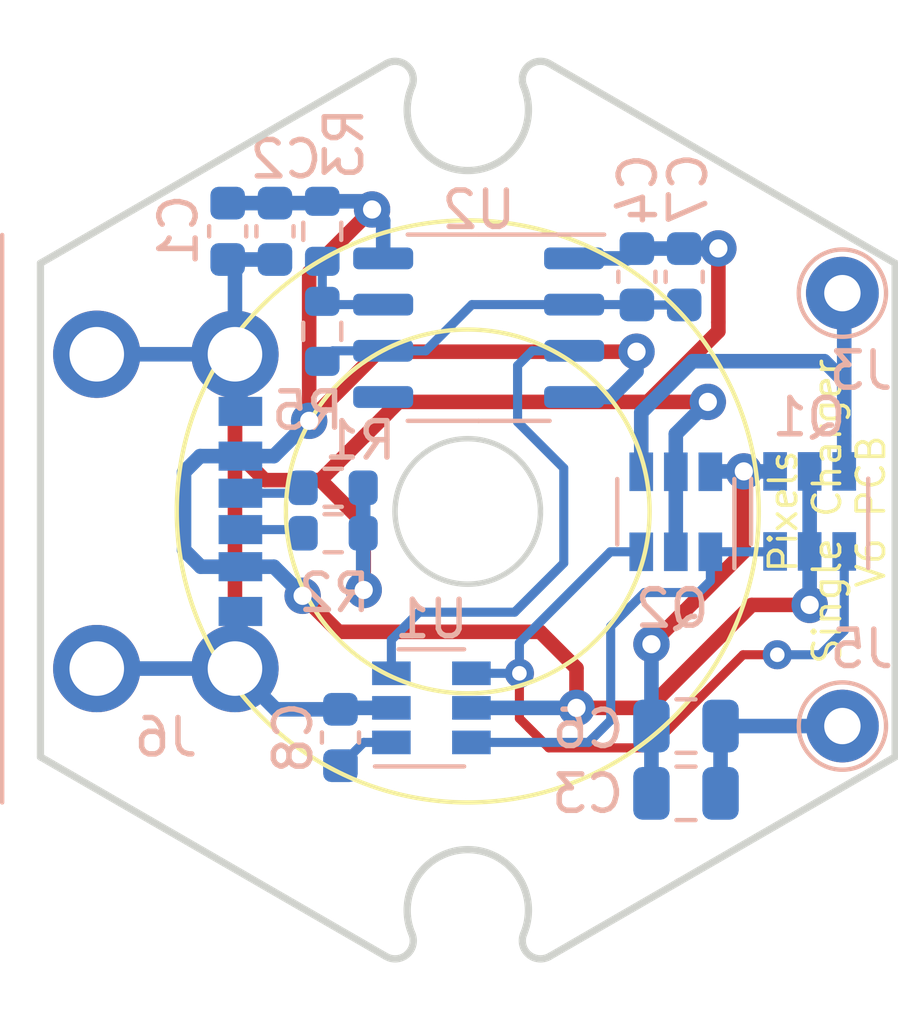
<source format=kicad_pcb>
(kicad_pcb (version 20171130) (host pcbnew "(5.1.10)-1")

  (general
    (thickness 1.6)
    (drawings 19)
    (tracks 153)
    (zones 0)
    (modules 18)
    (nets 14)
  )

  (page A4)
  (layers
    (0 F.Cu signal hide)
    (31 B.Cu signal)
    (32 B.Adhes user hide)
    (33 F.Adhes user hide)
    (34 B.Paste user hide)
    (35 F.Paste user hide)
    (36 B.SilkS user)
    (37 F.SilkS user hide)
    (38 B.Mask user hide)
    (39 F.Mask user hide)
    (40 Dwgs.User user)
    (41 Cmts.User user hide)
    (42 Eco1.User user hide)
    (43 Eco2.User user hide)
    (44 Edge.Cuts user)
    (45 Margin user)
    (46 B.CrtYd user hide)
    (47 F.CrtYd user hide)
    (48 B.Fab user hide)
    (49 F.Fab user hide)
  )

  (setup
    (last_trace_width 0.25)
    (trace_clearance 0.2)
    (zone_clearance 0.508)
    (zone_45_only no)
    (trace_min 0.2)
    (via_size 0.8)
    (via_drill 0.4)
    (via_min_size 0.4)
    (via_min_drill 0.3)
    (uvia_size 0.3)
    (uvia_drill 0.1)
    (uvias_allowed no)
    (uvia_min_size 0.2)
    (uvia_min_drill 0.1)
    (edge_width 0.05)
    (segment_width 0.2)
    (pcb_text_width 0.3)
    (pcb_text_size 1.5 1.5)
    (mod_edge_width 0.12)
    (mod_text_size 1 1)
    (mod_text_width 0.15)
    (pad_size 1.524 1.524)
    (pad_drill 0.762)
    (pad_to_mask_clearance 0)
    (aux_axis_origin 0 0)
    (visible_elements 7FFFFFFF)
    (pcbplotparams
      (layerselection 0x010fc_ffffffff)
      (usegerberextensions false)
      (usegerberattributes true)
      (usegerberadvancedattributes true)
      (creategerberjobfile true)
      (excludeedgelayer true)
      (linewidth 0.100000)
      (plotframeref false)
      (viasonmask false)
      (mode 1)
      (useauxorigin false)
      (hpglpennumber 1)
      (hpglpenspeed 20)
      (hpglpendiameter 15.000000)
      (psnegative false)
      (psa4output false)
      (plotreference true)
      (plotvalue true)
      (plotinvisibletext false)
      (padsonsilk false)
      (subtractmaskfromsilk false)
      (outputformat 1)
      (mirror false)
      (drillshape 0)
      (scaleselection 1)
      (outputdirectory "Gerber"))
  )

  (net 0 "")
  (net 1 GND)
  (net 2 VBUS)
  (net 3 "Net-(C3-Pad1)")
  (net 4 "Net-(C4-Pad1)")
  (net 5 "Net-(J6-PadA5)")
  (net 6 "Net-(J6-PadB5)")
  (net 7 "Net-(R3-Pad1)")
  (net 8 "Net-(C3-Pad2)")
  (net 9 "Net-(C8-Pad1)")
  (net 10 "Net-(J3-Pad1)")
  (net 11 "Net-(Q1-Pad3)")
  (net 12 "Net-(Q1-Pad1)")
  (net 13 "Net-(U1-Pad3)")

  (net_class Default "This is the default net class."
    (clearance 0.2)
    (trace_width 0.25)
    (via_dia 0.8)
    (via_drill 0.4)
    (uvia_dia 0.3)
    (uvia_drill 0.1)
    (add_net "Net-(C4-Pad1)")
    (add_net "Net-(C8-Pad1)")
    (add_net "Net-(J6-PadA5)")
    (add_net "Net-(J6-PadB5)")
    (add_net "Net-(Q1-Pad1)")
    (add_net "Net-(Q1-Pad3)")
    (add_net "Net-(R3-Pad1)")
    (add_net "Net-(U1-Pad3)")
  )

  (net_class Power ""
    (clearance 0.2)
    (trace_width 0.4)
    (via_dia 1)
    (via_drill 0.5)
    (uvia_dia 0.3)
    (uvia_drill 0.1)
    (add_net GND)
    (add_net "Net-(C3-Pad1)")
    (add_net "Net-(C3-Pad2)")
    (add_net "Net-(J3-Pad1)")
    (add_net VBUS)
  )

  (module Pixels-dice:USB-C-SMD_10P-P1.00-L6.8-W8.9 (layer B.Cu) (tedit 61ACE364) (tstamp 616A5DB8)
    (at 136.7 55)
    (path /607B35F9)
    (attr smd)
    (fp_text reference J6 (at 0 6.21) (layer B.SilkS)
      (effects (font (size 1 1) (thickness 0.15)) (justify mirror))
    )
    (fp_text value USB_C_Receptacle_USB2.0 (at 0.1 7) (layer B.Fab)
      (effects (font (size 1 1) (thickness 0.15)) (justify mirror))
    )
    (fp_line (start -4.5 8) (end -4.5 -7.6) (layer B.SilkS) (width 0.12))
    (pad B12 smd rect (at 2.05 2.75 90) (size 0.8 1.2) (layers B.Cu B.Paste B.Mask)
      (net 1 GND))
    (pad B9 smd rect (at 2.05 1.52 90) (size 0.8 1.2) (layers B.Cu B.Paste B.Mask)
      (net 2 VBUS))
    (pad A5 smd rect (at 2.05 0.5 90) (size 0.8 1.2) (layers B.Cu B.Paste B.Mask)
      (net 5 "Net-(J6-PadA5)"))
    (pad B5 smd rect (at 2.05 -0.5 90) (size 0.8 1.2) (layers B.Cu B.Paste B.Mask)
      (net 6 "Net-(J6-PadB5)"))
    (pad A9 smd rect (at 2.05 -1.52 90) (size 0.8 1.2) (layers B.Cu B.Paste B.Mask)
      (net 2 VBUS))
    (pad A12 smd rect (at 2.05 -2.75 90) (size 0.8 1.2) (layers B.Cu B.Paste B.Mask)
      (net 1 GND))
    (pad S1 thru_hole circle (at -1.9 4.32 90) (size 2.4 2.4) (drill 1.5) (layers *.Cu *.Mask)
      (net 1 GND))
    (pad S1 thru_hole circle (at -1.9 -4.32 90) (size 2.4 2.4) (drill 1.5) (layers *.Cu *.Mask)
      (net 1 GND))
    (pad S1 thru_hole circle (at 1.9 4.32 90) (size 2.4 2.4) (drill 1.5) (layers *.Cu *.Mask)
      (net 1 GND))
    (pad S1 thru_hole circle (at 1.9 -4.32 90) (size 2.4 2.4) (drill 1.5) (layers *.Cu *.Mask)
      (net 1 GND))
    (model "C:/Projects/Pixels-dice/Electrical/Footprints/Step Files/TYPE-C-31-M-17.step"
      (offset (xyz -4.7 4.5 0))
      (scale (xyz 1 1 1))
      (rotate (xyz 0 0 90))
    )
  )

  (module Capacitor_SMD:C_0805_2012Metric (layer B.Cu) (tedit 5F68FEEE) (tstamp 6185B21C)
    (at 151 60.9)
    (descr "Capacitor SMD 0805 (2012 Metric), square (rectangular) end terminal, IPC_7351 nominal, (Body size source: IPC-SM-782 page 76, https://www.pcb-3d.com/wordpress/wp-content/uploads/ipc-sm-782a_amendment_1_and_2.pdf, https://docs.google.com/spreadsheets/d/1BsfQQcO9C6DZCsRaXUlFlo91Tg2WpOkGARC1WS5S8t0/edit?usp=sharing), generated with kicad-footprint-generator")
    (tags capacitor)
    (path /61A5AD24)
    (attr smd)
    (fp_text reference C6 (at -2.69 0.08) (layer B.SilkS)
      (effects (font (size 1 1) (thickness 0.15)) (justify mirror))
    )
    (fp_text value "0.1uF 50V 10%" (at 0 -1.68) (layer B.Fab)
      (effects (font (size 1 1) (thickness 0.15)) (justify mirror))
    )
    (fp_line (start -1 -0.625) (end -1 0.625) (layer B.Fab) (width 0.1))
    (fp_line (start -1 0.625) (end 1 0.625) (layer B.Fab) (width 0.1))
    (fp_line (start 1 0.625) (end 1 -0.625) (layer B.Fab) (width 0.1))
    (fp_line (start 1 -0.625) (end -1 -0.625) (layer B.Fab) (width 0.1))
    (fp_line (start -0.261252 0.735) (end 0.261252 0.735) (layer B.SilkS) (width 0.12))
    (fp_line (start -0.261252 -0.735) (end 0.261252 -0.735) (layer B.SilkS) (width 0.12))
    (fp_line (start -1.7 -0.98) (end -1.7 0.98) (layer B.CrtYd) (width 0.05))
    (fp_line (start -1.7 0.98) (end 1.7 0.98) (layer B.CrtYd) (width 0.05))
    (fp_line (start 1.7 0.98) (end 1.7 -0.98) (layer B.CrtYd) (width 0.05))
    (fp_line (start 1.7 -0.98) (end -1.7 -0.98) (layer B.CrtYd) (width 0.05))
    (fp_text user %R (at 0 0) (layer B.Fab)
      (effects (font (size 0.5 0.5) (thickness 0.08)) (justify mirror))
    )
    (pad 2 smd roundrect (at 0.95 0) (size 1 1.45) (layers B.Cu B.Paste B.Mask) (roundrect_rratio 0.25)
      (net 8 "Net-(C3-Pad2)"))
    (pad 1 smd roundrect (at -0.95 0) (size 1 1.45) (layers B.Cu B.Paste B.Mask) (roundrect_rratio 0.25)
      (net 3 "Net-(C3-Pad1)"))
    (model ${KISYS3DMOD}/Capacitor_SMD.3dshapes/C_0805_2012Metric.wrl
      (at (xyz 0 0 0))
      (scale (xyz 1 1 1))
      (rotate (xyz 0 0 0))
    )
  )

  (module Package_TO_SOT_SMD:SOT-23-6 (layer B.Cu) (tedit 5A02FF57) (tstamp 6185B1E2)
    (at 150.72 55.01 90)
    (descr "6-pin SOT-23 package")
    (tags SOT-23-6)
    (path /61869B71)
    (attr smd)
    (fp_text reference Q2 (at -2.66 -0.1 180) (layer B.SilkS)
      (effects (font (size 1 1) (thickness 0.15)) (justify mirror))
    )
    (fp_text value NCE6802 (at 0 -2.9 90) (layer B.Fab)
      (effects (font (size 1 1) (thickness 0.15)) (justify mirror))
    )
    (fp_line (start -0.9 -1.61) (end 0.9 -1.61) (layer B.SilkS) (width 0.12))
    (fp_line (start 0.9 1.61) (end -1.55 1.61) (layer B.SilkS) (width 0.12))
    (fp_line (start 1.9 1.8) (end -1.9 1.8) (layer B.CrtYd) (width 0.05))
    (fp_line (start 1.9 -1.8) (end 1.9 1.8) (layer B.CrtYd) (width 0.05))
    (fp_line (start -1.9 -1.8) (end 1.9 -1.8) (layer B.CrtYd) (width 0.05))
    (fp_line (start -1.9 1.8) (end -1.9 -1.8) (layer B.CrtYd) (width 0.05))
    (fp_line (start -0.9 0.9) (end -0.25 1.55) (layer B.Fab) (width 0.1))
    (fp_line (start 0.9 1.55) (end -0.25 1.55) (layer B.Fab) (width 0.1))
    (fp_line (start -0.9 0.9) (end -0.9 -1.55) (layer B.Fab) (width 0.1))
    (fp_line (start 0.9 -1.55) (end -0.9 -1.55) (layer B.Fab) (width 0.1))
    (fp_line (start 0.9 1.55) (end 0.9 -1.55) (layer B.Fab) (width 0.1))
    (fp_text user %R (at 0 0 180) (layer B.Fab)
      (effects (font (size 0.5 0.5) (thickness 0.075)) (justify mirror))
    )
    (pad 5 smd rect (at 1.1 0 90) (size 1.06 0.65) (layers B.Cu B.Paste B.Mask)
      (net 1 GND))
    (pad 6 smd rect (at 1.1 0.95 90) (size 1.06 0.65) (layers B.Cu B.Paste B.Mask)
      (net 3 "Net-(C3-Pad1)"))
    (pad 4 smd rect (at 1.1 -0.95 90) (size 1.06 0.65) (layers B.Cu B.Paste B.Mask)
      (net 10 "Net-(J3-Pad1)"))
    (pad 3 smd rect (at -1.1 -0.95 90) (size 1.06 0.65) (layers B.Cu B.Paste B.Mask)
      (net 12 "Net-(Q1-Pad1)"))
    (pad 2 smd rect (at -1.1 0 90) (size 1.06 0.65) (layers B.Cu B.Paste B.Mask)
      (net 1 GND))
    (pad 1 smd rect (at -1.1 0.95 90) (size 1.06 0.65) (layers B.Cu B.Paste B.Mask)
      (net 11 "Net-(Q1-Pad3)"))
    (model ${KISYS3DMOD}/Package_TO_SOT_SMD.3dshapes/SOT-23-6.wrl
      (at (xyz 0 0 0))
      (scale (xyz 1 1 1))
      (rotate (xyz 0 0 0))
    )
  )

  (module Package_TO_SOT_SMD:SOT-23-6 (layer B.Cu) (tedit 5A02FF57) (tstamp 6185B1A3)
    (at 154.4 55 90)
    (descr "6-pin SOT-23 package")
    (tags SOT-23-6)
    (path /6186753F)
    (attr smd)
    (fp_text reference Q1 (at 2.59 -0.02 180) (layer B.SilkS)
      (effects (font (size 1 1) (thickness 0.15)) (justify mirror))
    )
    (fp_text value YJS2301A (at 0 -2.9 90) (layer B.Fab)
      (effects (font (size 1 1) (thickness 0.15)) (justify mirror))
    )
    (fp_line (start -0.9 -1.61) (end 0.9 -1.61) (layer B.SilkS) (width 0.12))
    (fp_line (start 0.9 1.61) (end -1.55 1.61) (layer B.SilkS) (width 0.12))
    (fp_line (start 1.9 1.8) (end -1.9 1.8) (layer B.CrtYd) (width 0.05))
    (fp_line (start 1.9 -1.8) (end 1.9 1.8) (layer B.CrtYd) (width 0.05))
    (fp_line (start -1.9 -1.8) (end 1.9 -1.8) (layer B.CrtYd) (width 0.05))
    (fp_line (start -1.9 1.8) (end -1.9 -1.8) (layer B.CrtYd) (width 0.05))
    (fp_line (start -0.9 0.9) (end -0.25 1.55) (layer B.Fab) (width 0.1))
    (fp_line (start 0.9 1.55) (end -0.25 1.55) (layer B.Fab) (width 0.1))
    (fp_line (start -0.9 0.9) (end -0.9 -1.55) (layer B.Fab) (width 0.1))
    (fp_line (start 0.9 -1.55) (end -0.9 -1.55) (layer B.Fab) (width 0.1))
    (fp_line (start 0.9 1.55) (end 0.9 -1.55) (layer B.Fab) (width 0.1))
    (fp_text user %R (at 0 0 180) (layer B.Fab)
      (effects (font (size 0.5 0.5) (thickness 0.075)) (justify mirror))
    )
    (pad 5 smd rect (at 1.1 0 90) (size 1.06 0.65) (layers B.Cu B.Paste B.Mask)
      (net 2 VBUS))
    (pad 6 smd rect (at 1.1 0.95 90) (size 1.06 0.65) (layers B.Cu B.Paste B.Mask)
      (net 10 "Net-(J3-Pad1)"))
    (pad 4 smd rect (at 1.1 -0.95 90) (size 1.06 0.65) (layers B.Cu B.Paste B.Mask)
      (net 3 "Net-(C3-Pad1)"))
    (pad 3 smd rect (at -1.1 -0.95 90) (size 1.06 0.65) (layers B.Cu B.Paste B.Mask)
      (net 11 "Net-(Q1-Pad3)"))
    (pad 2 smd rect (at -1.1 0 90) (size 1.06 0.65) (layers B.Cu B.Paste B.Mask)
      (net 2 VBUS))
    (pad 1 smd rect (at -1.1 0.95 90) (size 1.06 0.65) (layers B.Cu B.Paste B.Mask)
      (net 12 "Net-(Q1-Pad1)"))
    (model ${KISYS3DMOD}/Package_TO_SOT_SMD.3dshapes/SOT-23-6.wrl
      (at (xyz 0 0 0))
      (scale (xyz 1 1 1))
      (rotate (xyz 0 0 0))
    )
  )

  (module Capacitor_SMD:C_0805_2012Metric (layer B.Cu) (tedit 5F68FEEE) (tstamp 6185B16E)
    (at 151 62.75)
    (descr "Capacitor SMD 0805 (2012 Metric), square (rectangular) end terminal, IPC_7351 nominal, (Body size source: IPC-SM-782 page 76, https://www.pcb-3d.com/wordpress/wp-content/uploads/ipc-sm-782a_amendment_1_and_2.pdf, https://docs.google.com/spreadsheets/d/1BsfQQcO9C6DZCsRaXUlFlo91Tg2WpOkGARC1WS5S8t0/edit?usp=sharing), generated with kicad-footprint-generator")
    (tags capacitor)
    (path /607B9B06)
    (attr smd)
    (fp_text reference C3 (at -2.7 0.01) (layer B.SilkS)
      (effects (font (size 1 1) (thickness 0.15)) (justify mirror))
    )
    (fp_text value "0.22uF 50V 10%" (at 0 -1.68) (layer B.Fab)
      (effects (font (size 1 1) (thickness 0.15)) (justify mirror))
    )
    (fp_line (start 1.7 -0.98) (end -1.7 -0.98) (layer B.CrtYd) (width 0.05))
    (fp_line (start 1.7 0.98) (end 1.7 -0.98) (layer B.CrtYd) (width 0.05))
    (fp_line (start -1.7 0.98) (end 1.7 0.98) (layer B.CrtYd) (width 0.05))
    (fp_line (start -1.7 -0.98) (end -1.7 0.98) (layer B.CrtYd) (width 0.05))
    (fp_line (start -0.261252 -0.735) (end 0.261252 -0.735) (layer B.SilkS) (width 0.12))
    (fp_line (start -0.261252 0.735) (end 0.261252 0.735) (layer B.SilkS) (width 0.12))
    (fp_line (start 1 -0.625) (end -1 -0.625) (layer B.Fab) (width 0.1))
    (fp_line (start 1 0.625) (end 1 -0.625) (layer B.Fab) (width 0.1))
    (fp_line (start -1 0.625) (end 1 0.625) (layer B.Fab) (width 0.1))
    (fp_line (start -1 -0.625) (end -1 0.625) (layer B.Fab) (width 0.1))
    (fp_text user %R (at 0 0) (layer B.Fab)
      (effects (font (size 0.5 0.5) (thickness 0.08)) (justify mirror))
    )
    (pad 2 smd roundrect (at 0.95 0) (size 1 1.45) (layers B.Cu B.Paste B.Mask) (roundrect_rratio 0.25)
      (net 8 "Net-(C3-Pad2)"))
    (pad 1 smd roundrect (at -0.95 0) (size 1 1.45) (layers B.Cu B.Paste B.Mask) (roundrect_rratio 0.25)
      (net 3 "Net-(C3-Pad1)"))
    (model ${KISYS3DMOD}/Capacitor_SMD.3dshapes/C_0805_2012Metric.wrl
      (at (xyz 0 0 0))
      (scale (xyz 1 1 1))
      (rotate (xyz 0 0 0))
    )
  )

  (module Capacitor_SMD:C_0603_1608Metric (layer B.Cu) (tedit 5F68FEEE) (tstamp 6179C0AB)
    (at 150.95 48.55 90)
    (descr "Capacitor SMD 0603 (1608 Metric), square (rectangular) end terminal, IPC_7351 nominal, (Body size source: IPC-SM-782 page 76, https://www.pcb-3d.com/wordpress/wp-content/uploads/ipc-sm-782a_amendment_1_and_2.pdf), generated with kicad-footprint-generator")
    (tags capacitor)
    (path /61804C6B)
    (attr smd)
    (fp_text reference C7 (at 2.42 0.11 270) (layer B.SilkS)
      (effects (font (size 1 1) (thickness 0.15)) (justify mirror))
    )
    (fp_text value "33pF 50V 10%" (at 0 -1.43 270) (layer B.Fab)
      (effects (font (size 1 1) (thickness 0.15)) (justify mirror))
    )
    (fp_line (start 1.48 -0.73) (end -1.48 -0.73) (layer B.CrtYd) (width 0.05))
    (fp_line (start 1.48 0.73) (end 1.48 -0.73) (layer B.CrtYd) (width 0.05))
    (fp_line (start -1.48 0.73) (end 1.48 0.73) (layer B.CrtYd) (width 0.05))
    (fp_line (start -1.48 -0.73) (end -1.48 0.73) (layer B.CrtYd) (width 0.05))
    (fp_line (start -0.14058 -0.51) (end 0.14058 -0.51) (layer B.SilkS) (width 0.12))
    (fp_line (start -0.14058 0.51) (end 0.14058 0.51) (layer B.SilkS) (width 0.12))
    (fp_line (start 0.8 -0.4) (end -0.8 -0.4) (layer B.Fab) (width 0.1))
    (fp_line (start 0.8 0.4) (end 0.8 -0.4) (layer B.Fab) (width 0.1))
    (fp_line (start -0.8 0.4) (end 0.8 0.4) (layer B.Fab) (width 0.1))
    (fp_line (start -0.8 -0.4) (end -0.8 0.4) (layer B.Fab) (width 0.1))
    (fp_text user %R (at 0 0 270) (layer B.Fab)
      (effects (font (size 0.4 0.4) (thickness 0.06)) (justify mirror))
    )
    (pad 2 smd roundrect (at 0.775 0 90) (size 0.9 0.95) (layers B.Cu B.Paste B.Mask) (roundrect_rratio 0.25)
      (net 1 GND))
    (pad 1 smd roundrect (at -0.775 0 90) (size 0.9 0.95) (layers B.Cu B.Paste B.Mask) (roundrect_rratio 0.25)
      (net 4 "Net-(C4-Pad1)"))
    (model ${KISYS3DMOD}/Capacitor_SMD.3dshapes/C_0603_1608Metric.wrl
      (at (xyz 0 0 0))
      (scale (xyz 1 1 1))
      (rotate (xyz 0 0 0))
    )
  )

  (module Pixels-dice:SOT-26 (layer B.Cu) (tedit 616B9834) (tstamp 616A791D)
    (at 144 60.4 180)
    (descr "6-pin SOT-23 package")
    (tags SOT-23-6)
    (path /616C6B31)
    (attr smd)
    (fp_text reference U1 (at 0 2.44 180) (layer B.SilkS)
      (effects (font (size 1 1) (thickness 0.15)) (justify mirror))
    )
    (fp_text value AP1511B (at 0 2.9 180) (layer B.Fab)
      (effects (font (size 1 1) (thickness 0.15)) (justify mirror))
    )
    (fp_line (start 0.9 1.61) (end -0.9 1.61) (layer B.SilkS) (width 0.12))
    (fp_line (start -0.9 -1.61) (end 1.55 -1.61) (layer B.SilkS) (width 0.12))
    (fp_line (start -1.9 -1.8) (end 1.9 -1.8) (layer B.CrtYd) (width 0.05))
    (fp_line (start -1.9 1.8) (end -1.9 -1.8) (layer B.CrtYd) (width 0.05))
    (fp_line (start 1.9 1.8) (end -1.9 1.8) (layer B.CrtYd) (width 0.05))
    (fp_line (start 1.9 -1.8) (end 1.9 1.8) (layer B.CrtYd) (width 0.05))
    (fp_line (start 0.9 -0.9) (end 0.25 -1.55) (layer B.Fab) (width 0.1))
    (fp_line (start -0.9 -1.55) (end 0.25 -1.55) (layer B.Fab) (width 0.1))
    (fp_line (start 0.9 -0.9) (end 0.9 1.55) (layer B.Fab) (width 0.1))
    (fp_line (start -0.9 1.55) (end 0.9 1.55) (layer B.Fab) (width 0.1))
    (fp_line (start -0.9 -1.55) (end -0.9 1.55) (layer B.Fab) (width 0.1))
    (fp_text user %R (at 0 0 90) (layer B.Fab)
      (effects (font (size 0.5 0.5) (thickness 0.075)) (justify mirror))
    )
    (pad 5 smd rect (at -1.1 0) (size 1.06 0.65) (layers B.Cu B.Paste B.Mask)
      (net 2 VBUS))
    (pad 6 smd rect (at -1.1 -0.95) (size 1.06 0.65) (layers B.Cu B.Paste B.Mask)
      (net 11 "Net-(Q1-Pad3)"))
    (pad 4 smd rect (at -1.1 0.95) (size 1.06 0.65) (layers B.Cu B.Paste B.Mask)
      (net 12 "Net-(Q1-Pad1)"))
    (pad 3 smd rect (at 1.1 0.95) (size 1.06 0.65) (layers B.Cu B.Paste B.Mask)
      (net 13 "Net-(U1-Pad3)"))
    (pad 2 smd rect (at 1.1 0) (size 1.06 0.65) (layers B.Cu B.Paste B.Mask)
      (net 1 GND))
    (pad 1 smd rect (at 1.1 -0.95) (size 1.06 0.65) (layers B.Cu B.Paste B.Mask)
      (net 9 "Net-(C8-Pad1)"))
    (model ${KISYS3DMOD}/Package_TO_SOT_SMD.3dshapes/SOT-23-6.wrl
      (at (xyz 0 0 0))
      (scale (xyz 1 1 1))
      (rotate (xyz 0 0 0))
    )
  )

  (module Capacitor_SMD:C_0603_1608Metric (layer B.Cu) (tedit 5F68FEEE) (tstamp 616BFF12)
    (at 141.5 61.215 90)
    (descr "Capacitor SMD 0603 (1608 Metric), square (rectangular) end terminal, IPC_7351 nominal, (Body size source: IPC-SM-782 page 76, https://www.pcb-3d.com/wordpress/wp-content/uploads/ipc-sm-782a_amendment_1_and_2.pdf), generated with kicad-footprint-generator")
    (tags capacitor)
    (path /616F5905)
    (attr smd)
    (fp_text reference C8 (at 0 -1.3 270) (layer B.SilkS)
      (effects (font (size 1 1) (thickness 0.15)) (justify mirror))
    )
    (fp_text value "2.2pF 50V 10%" (at 0 -1.43 270) (layer B.Fab)
      (effects (font (size 1 1) (thickness 0.15)) (justify mirror))
    )
    (fp_line (start -0.8 -0.4) (end -0.8 0.4) (layer B.Fab) (width 0.1))
    (fp_line (start -0.8 0.4) (end 0.8 0.4) (layer B.Fab) (width 0.1))
    (fp_line (start 0.8 0.4) (end 0.8 -0.4) (layer B.Fab) (width 0.1))
    (fp_line (start 0.8 -0.4) (end -0.8 -0.4) (layer B.Fab) (width 0.1))
    (fp_line (start -0.14058 0.51) (end 0.14058 0.51) (layer B.SilkS) (width 0.12))
    (fp_line (start -0.14058 -0.51) (end 0.14058 -0.51) (layer B.SilkS) (width 0.12))
    (fp_line (start -1.48 -0.73) (end -1.48 0.73) (layer B.CrtYd) (width 0.05))
    (fp_line (start -1.48 0.73) (end 1.48 0.73) (layer B.CrtYd) (width 0.05))
    (fp_line (start 1.48 0.73) (end 1.48 -0.73) (layer B.CrtYd) (width 0.05))
    (fp_line (start 1.48 -0.73) (end -1.48 -0.73) (layer B.CrtYd) (width 0.05))
    (fp_text user %R (at 0 0 270) (layer B.Fab)
      (effects (font (size 0.4 0.4) (thickness 0.06)) (justify mirror))
    )
    (pad 2 smd roundrect (at 0.775 0 90) (size 0.9 0.95) (layers B.Cu B.Paste B.Mask) (roundrect_rratio 0.25)
      (net 1 GND))
    (pad 1 smd roundrect (at -0.775 0 90) (size 0.9 0.95) (layers B.Cu B.Paste B.Mask) (roundrect_rratio 0.25)
      (net 9 "Net-(C8-Pad1)"))
    (model ${KISYS3DMOD}/Capacitor_SMD.3dshapes/C_0603_1608Metric.wrl
      (at (xyz 0 0 0))
      (scale (xyz 1 1 1))
      (rotate (xyz 0 0 0))
    )
  )

  (module Capacitor_SMD:C_0603_1608Metric (layer B.Cu) (tedit 5F68FEEE) (tstamp 616A762E)
    (at 149.65 48.55 90)
    (descr "Capacitor SMD 0603 (1608 Metric), square (rectangular) end terminal, IPC_7351 nominal, (Body size source: IPC-SM-782 page 76, https://www.pcb-3d.com/wordpress/wp-content/uploads/ipc-sm-782a_amendment_1_and_2.pdf), generated with kicad-footprint-generator")
    (tags capacitor)
    (path /60AF0ABE)
    (attr smd)
    (fp_text reference C4 (at 2.4 0.03 270) (layer B.SilkS)
      (effects (font (size 1 1) (thickness 0.15)) (justify mirror))
    )
    (fp_text value "10pF 50V 10%" (at 0 -1.43 270) (layer B.Fab)
      (effects (font (size 1 1) (thickness 0.15)) (justify mirror))
    )
    (fp_line (start -0.8 -0.4) (end -0.8 0.4) (layer B.Fab) (width 0.1))
    (fp_line (start -0.8 0.4) (end 0.8 0.4) (layer B.Fab) (width 0.1))
    (fp_line (start 0.8 0.4) (end 0.8 -0.4) (layer B.Fab) (width 0.1))
    (fp_line (start 0.8 -0.4) (end -0.8 -0.4) (layer B.Fab) (width 0.1))
    (fp_line (start -0.14058 0.51) (end 0.14058 0.51) (layer B.SilkS) (width 0.12))
    (fp_line (start -0.14058 -0.51) (end 0.14058 -0.51) (layer B.SilkS) (width 0.12))
    (fp_line (start -1.48 -0.73) (end -1.48 0.73) (layer B.CrtYd) (width 0.05))
    (fp_line (start -1.48 0.73) (end 1.48 0.73) (layer B.CrtYd) (width 0.05))
    (fp_line (start 1.48 0.73) (end 1.48 -0.73) (layer B.CrtYd) (width 0.05))
    (fp_line (start 1.48 -0.73) (end -1.48 -0.73) (layer B.CrtYd) (width 0.05))
    (fp_text user %R (at 0 0 270) (layer B.Fab)
      (effects (font (size 0.4 0.4) (thickness 0.06)) (justify mirror))
    )
    (pad 2 smd roundrect (at 0.775 0 90) (size 0.9 0.95) (layers B.Cu B.Paste B.Mask) (roundrect_rratio 0.25)
      (net 1 GND))
    (pad 1 smd roundrect (at -0.775 0 90) (size 0.9 0.95) (layers B.Cu B.Paste B.Mask) (roundrect_rratio 0.25)
      (net 4 "Net-(C4-Pad1)"))
    (model ${KISYS3DMOD}/Capacitor_SMD.3dshapes/C_0603_1608Metric.wrl
      (at (xyz 0 0 0))
      (scale (xyz 1 1 1))
      (rotate (xyz 0 0 0))
    )
  )

  (module Package_SO:SOP-8_3.9x4.9mm_P1.27mm (layer B.Cu) (tedit 5D9F72B1) (tstamp 616A758C)
    (at 145.3 49.95 180)
    (descr "SOP, 8 Pin (http://www.macronix.com/Lists/Datasheet/Attachments/7534/MX25R3235F,%20Wide%20Range,%2032Mb,%20v1.6.pdf#page=79), generated with kicad-footprint-generator ipc_gullwing_generator.py")
    (tags "SOP SO")
    (path /60AD080A)
    (attr smd)
    (fp_text reference U2 (at 0 3.24) (layer B.SilkS)
      (effects (font (size 1 1) (thickness 0.15)) (justify mirror))
    )
    (fp_text value NE551D (at 0 -3.4) (layer B.Fab)
      (effects (font (size 1 1) (thickness 0.15)) (justify mirror))
    )
    (fp_line (start 3.7 2.7) (end -3.7 2.7) (layer B.CrtYd) (width 0.05))
    (fp_line (start 3.7 -2.7) (end 3.7 2.7) (layer B.CrtYd) (width 0.05))
    (fp_line (start -3.7 -2.7) (end 3.7 -2.7) (layer B.CrtYd) (width 0.05))
    (fp_line (start -3.7 2.7) (end -3.7 -2.7) (layer B.CrtYd) (width 0.05))
    (fp_line (start -1.95 1.475) (end -0.975 2.45) (layer B.Fab) (width 0.1))
    (fp_line (start -1.95 -2.45) (end -1.95 1.475) (layer B.Fab) (width 0.1))
    (fp_line (start 1.95 -2.45) (end -1.95 -2.45) (layer B.Fab) (width 0.1))
    (fp_line (start 1.95 2.45) (end 1.95 -2.45) (layer B.Fab) (width 0.1))
    (fp_line (start -0.975 2.45) (end 1.95 2.45) (layer B.Fab) (width 0.1))
    (fp_line (start 0 2.56) (end -3.45 2.56) (layer B.SilkS) (width 0.12))
    (fp_line (start 0 2.56) (end 1.95 2.56) (layer B.SilkS) (width 0.12))
    (fp_line (start 0 -2.56) (end -1.95 -2.56) (layer B.SilkS) (width 0.12))
    (fp_line (start 0 -2.56) (end 1.95 -2.56) (layer B.SilkS) (width 0.12))
    (fp_text user %R (at 0 0) (layer B.Fab)
      (effects (font (size 0.98 0.98) (thickness 0.15)) (justify mirror))
    )
    (pad 8 smd roundrect (at 2.625 1.905 180) (size 1.65 0.6) (layers B.Cu B.Paste B.Mask) (roundrect_rratio 0.25)
      (net 2 VBUS))
    (pad 7 smd roundrect (at 2.625 0.635 180) (size 1.65 0.6) (layers B.Cu B.Paste B.Mask) (roundrect_rratio 0.25)
      (net 7 "Net-(R3-Pad1)"))
    (pad 6 smd roundrect (at 2.625 -0.635 180) (size 1.65 0.6) (layers B.Cu B.Paste B.Mask) (roundrect_rratio 0.25)
      (net 4 "Net-(C4-Pad1)"))
    (pad 5 smd roundrect (at 2.625 -1.905 180) (size 1.65 0.6) (layers B.Cu B.Paste B.Mask) (roundrect_rratio 0.25))
    (pad 4 smd roundrect (at -2.625 -1.905 180) (size 1.65 0.6) (layers B.Cu B.Paste B.Mask) (roundrect_rratio 0.25)
      (net 2 VBUS))
    (pad 3 smd roundrect (at -2.625 -0.635 180) (size 1.65 0.6) (layers B.Cu B.Paste B.Mask) (roundrect_rratio 0.25)
      (net 13 "Net-(U1-Pad3)"))
    (pad 2 smd roundrect (at -2.625 0.635 180) (size 1.65 0.6) (layers B.Cu B.Paste B.Mask) (roundrect_rratio 0.25)
      (net 4 "Net-(C4-Pad1)"))
    (pad 1 smd roundrect (at -2.625 1.905 180) (size 1.65 0.6) (layers B.Cu B.Paste B.Mask) (roundrect_rratio 0.25)
      (net 1 GND))
    (model ${KISYS3DMOD}/Package_SO.3dshapes/SOP-8_3.9x4.9mm_P1.27mm.wrl
      (at (xyz 0 0 0))
      (scale (xyz 1 1 1))
      (rotate (xyz 0 0 0))
    )
  )

  (module Resistor_SMD:R_0603_1608Metric (layer B.Cu) (tedit 5F68FEEE) (tstamp 616A7761)
    (at 141 50.05 90)
    (descr "Resistor SMD 0603 (1608 Metric), square (rectangular) end terminal, IPC_7351 nominal, (Body size source: IPC-SM-782 page 72, https://www.pcb-3d.com/wordpress/wp-content/uploads/ipc-sm-782a_amendment_1_and_2.pdf), generated with kicad-footprint-generator")
    (tags resistor)
    (path /60AF063A)
    (attr smd)
    (fp_text reference R5 (at -2.18 -0.4) (layer B.SilkS)
      (effects (font (size 1 1) (thickness 0.15)) (justify mirror))
    )
    (fp_text value "100k 1%" (at 0 -1.43 270) (layer B.Fab)
      (effects (font (size 1 1) (thickness 0.15)) (justify mirror))
    )
    (fp_line (start 1.48 -0.73) (end -1.48 -0.73) (layer B.CrtYd) (width 0.05))
    (fp_line (start 1.48 0.73) (end 1.48 -0.73) (layer B.CrtYd) (width 0.05))
    (fp_line (start -1.48 0.73) (end 1.48 0.73) (layer B.CrtYd) (width 0.05))
    (fp_line (start -1.48 -0.73) (end -1.48 0.73) (layer B.CrtYd) (width 0.05))
    (fp_line (start -0.237258 -0.5225) (end 0.237258 -0.5225) (layer B.SilkS) (width 0.12))
    (fp_line (start -0.237258 0.5225) (end 0.237258 0.5225) (layer B.SilkS) (width 0.12))
    (fp_line (start 0.8 -0.4125) (end -0.8 -0.4125) (layer B.Fab) (width 0.1))
    (fp_line (start 0.8 0.4125) (end 0.8 -0.4125) (layer B.Fab) (width 0.1))
    (fp_line (start -0.8 0.4125) (end 0.8 0.4125) (layer B.Fab) (width 0.1))
    (fp_line (start -0.8 -0.4125) (end -0.8 0.4125) (layer B.Fab) (width 0.1))
    (fp_text user %R (at 0 0 270) (layer B.Fab)
      (effects (font (size 0.4 0.4) (thickness 0.06)) (justify mirror))
    )
    (pad 2 smd roundrect (at 0.825 0 90) (size 0.8 0.95) (layers B.Cu B.Paste B.Mask) (roundrect_rratio 0.25)
      (net 7 "Net-(R3-Pad1)"))
    (pad 1 smd roundrect (at -0.825 0 90) (size 0.8 0.95) (layers B.Cu B.Paste B.Mask) (roundrect_rratio 0.25)
      (net 4 "Net-(C4-Pad1)"))
    (model ${KISYS3DMOD}/Resistor_SMD.3dshapes/R_0603_1608Metric.wrl
      (at (xyz 0 0 0))
      (scale (xyz 1 1 1))
      (rotate (xyz 0 0 0))
    )
  )

  (module Resistor_SMD:R_0603_1608Metric (layer B.Cu) (tedit 5F68FEEE) (tstamp 616A7791)
    (at 141 47.3 90)
    (descr "Resistor SMD 0603 (1608 Metric), square (rectangular) end terminal, IPC_7351 nominal, (Body size source: IPC-SM-782 page 72, https://www.pcb-3d.com/wordpress/wp-content/uploads/ipc-sm-782a_amendment_1_and_2.pdf), generated with kicad-footprint-generator")
    (tags resistor)
    (path /60AEF9E1)
    (attr smd)
    (fp_text reference R3 (at 2.41 0.6 270) (layer B.SilkS)
      (effects (font (size 1 1) (thickness 0.15)) (justify mirror))
    )
    (fp_text value "10k 1%" (at 0 -1.43 270) (layer B.Fab)
      (effects (font (size 1 1) (thickness 0.15)) (justify mirror))
    )
    (fp_line (start 1.48 -0.73) (end -1.48 -0.73) (layer B.CrtYd) (width 0.05))
    (fp_line (start 1.48 0.73) (end 1.48 -0.73) (layer B.CrtYd) (width 0.05))
    (fp_line (start -1.48 0.73) (end 1.48 0.73) (layer B.CrtYd) (width 0.05))
    (fp_line (start -1.48 -0.73) (end -1.48 0.73) (layer B.CrtYd) (width 0.05))
    (fp_line (start -0.237258 -0.5225) (end 0.237258 -0.5225) (layer B.SilkS) (width 0.12))
    (fp_line (start -0.237258 0.5225) (end 0.237258 0.5225) (layer B.SilkS) (width 0.12))
    (fp_line (start 0.8 -0.4125) (end -0.8 -0.4125) (layer B.Fab) (width 0.1))
    (fp_line (start 0.8 0.4125) (end 0.8 -0.4125) (layer B.Fab) (width 0.1))
    (fp_line (start -0.8 0.4125) (end 0.8 0.4125) (layer B.Fab) (width 0.1))
    (fp_line (start -0.8 -0.4125) (end -0.8 0.4125) (layer B.Fab) (width 0.1))
    (fp_text user %R (at 0 0 270) (layer B.Fab)
      (effects (font (size 0.4 0.4) (thickness 0.06)) (justify mirror))
    )
    (pad 2 smd roundrect (at 0.825 0 90) (size 0.8 0.95) (layers B.Cu B.Paste B.Mask) (roundrect_rratio 0.25)
      (net 2 VBUS))
    (pad 1 smd roundrect (at -0.825 0 90) (size 0.8 0.95) (layers B.Cu B.Paste B.Mask) (roundrect_rratio 0.25)
      (net 7 "Net-(R3-Pad1)"))
    (model ${KISYS3DMOD}/Resistor_SMD.3dshapes/R_0603_1608Metric.wrl
      (at (xyz 0 0 0))
      (scale (xyz 1 1 1))
      (rotate (xyz 0 0 0))
    )
  )

  (module Resistor_SMD:R_0603_1608Metric (layer B.Cu) (tedit 5F68FEEE) (tstamp 616A5E61)
    (at 141.3 55.6 180)
    (descr "Resistor SMD 0603 (1608 Metric), square (rectangular) end terminal, IPC_7351 nominal, (Body size source: IPC-SM-782 page 72, https://www.pcb-3d.com/wordpress/wp-content/uploads/ipc-sm-782a_amendment_1_and_2.pdf), generated with kicad-footprint-generator")
    (tags resistor)
    (path /607C452F)
    (attr smd)
    (fp_text reference R2 (at -0.035 -1.64) (layer B.SilkS)
      (effects (font (size 1 1) (thickness 0.15)) (justify mirror))
    )
    (fp_text value "5.1k 1%" (at 0 -1.43) (layer B.Fab)
      (effects (font (size 1 1) (thickness 0.15)) (justify mirror))
    )
    (fp_line (start 1.48 -0.73) (end -1.48 -0.73) (layer B.CrtYd) (width 0.05))
    (fp_line (start 1.48 0.73) (end 1.48 -0.73) (layer B.CrtYd) (width 0.05))
    (fp_line (start -1.48 0.73) (end 1.48 0.73) (layer B.CrtYd) (width 0.05))
    (fp_line (start -1.48 -0.73) (end -1.48 0.73) (layer B.CrtYd) (width 0.05))
    (fp_line (start -0.237258 -0.5225) (end 0.237258 -0.5225) (layer B.SilkS) (width 0.12))
    (fp_line (start -0.237258 0.5225) (end 0.237258 0.5225) (layer B.SilkS) (width 0.12))
    (fp_line (start 0.8 -0.4125) (end -0.8 -0.4125) (layer B.Fab) (width 0.1))
    (fp_line (start 0.8 0.4125) (end 0.8 -0.4125) (layer B.Fab) (width 0.1))
    (fp_line (start -0.8 0.4125) (end 0.8 0.4125) (layer B.Fab) (width 0.1))
    (fp_line (start -0.8 -0.4125) (end -0.8 0.4125) (layer B.Fab) (width 0.1))
    (fp_text user %R (at 0 0) (layer B.Fab)
      (effects (font (size 0.4 0.4) (thickness 0.06)) (justify mirror))
    )
    (pad 2 smd roundrect (at 0.825 0 180) (size 0.8 0.95) (layers B.Cu B.Paste B.Mask) (roundrect_rratio 0.25)
      (net 5 "Net-(J6-PadA5)"))
    (pad 1 smd roundrect (at -0.825 0 180) (size 0.8 0.95) (layers B.Cu B.Paste B.Mask) (roundrect_rratio 0.25)
      (net 1 GND))
    (model ${KISYS3DMOD}/Resistor_SMD.3dshapes/R_0603_1608Metric.wrl
      (at (xyz 0 0 0))
      (scale (xyz 1 1 1))
      (rotate (xyz 0 0 0))
    )
  )

  (module Resistor_SMD:R_0603_1608Metric (layer B.Cu) (tedit 5F68FEEE) (tstamp 616A6FF1)
    (at 141.3 54.35 180)
    (descr "Resistor SMD 0603 (1608 Metric), square (rectangular) end terminal, IPC_7351 nominal, (Body size source: IPC-SM-782 page 72, https://www.pcb-3d.com/wordpress/wp-content/uploads/ipc-sm-782a_amendment_1_and_2.pdf), generated with kicad-footprint-generator")
    (tags resistor)
    (path /607C3927)
    (attr smd)
    (fp_text reference R1 (at -0.74 1.3) (layer B.SilkS)
      (effects (font (size 1 1) (thickness 0.15)) (justify mirror))
    )
    (fp_text value "5.1k 1%" (at 0 -1.43) (layer B.Fab)
      (effects (font (size 1 1) (thickness 0.15)) (justify mirror))
    )
    (fp_line (start 1.48 -0.73) (end -1.48 -0.73) (layer B.CrtYd) (width 0.05))
    (fp_line (start 1.48 0.73) (end 1.48 -0.73) (layer B.CrtYd) (width 0.05))
    (fp_line (start -1.48 0.73) (end 1.48 0.73) (layer B.CrtYd) (width 0.05))
    (fp_line (start -1.48 -0.73) (end -1.48 0.73) (layer B.CrtYd) (width 0.05))
    (fp_line (start -0.237258 -0.5225) (end 0.237258 -0.5225) (layer B.SilkS) (width 0.12))
    (fp_line (start -0.237258 0.5225) (end 0.237258 0.5225) (layer B.SilkS) (width 0.12))
    (fp_line (start 0.8 -0.4125) (end -0.8 -0.4125) (layer B.Fab) (width 0.1))
    (fp_line (start 0.8 0.4125) (end 0.8 -0.4125) (layer B.Fab) (width 0.1))
    (fp_line (start -0.8 0.4125) (end 0.8 0.4125) (layer B.Fab) (width 0.1))
    (fp_line (start -0.8 -0.4125) (end -0.8 0.4125) (layer B.Fab) (width 0.1))
    (fp_text user %R (at 0 0) (layer B.Fab)
      (effects (font (size 0.4 0.4) (thickness 0.06)) (justify mirror))
    )
    (pad 2 smd roundrect (at 0.825 0 180) (size 0.8 0.95) (layers B.Cu B.Paste B.Mask) (roundrect_rratio 0.25)
      (net 6 "Net-(J6-PadB5)"))
    (pad 1 smd roundrect (at -0.825 0 180) (size 0.8 0.95) (layers B.Cu B.Paste B.Mask) (roundrect_rratio 0.25)
      (net 1 GND))
    (model ${KISYS3DMOD}/Resistor_SMD.3dshapes/R_0603_1608Metric.wrl
      (at (xyz 0 0 0))
      (scale (xyz 1 1 1))
      (rotate (xyz 0 0 0))
    )
  )

  (module TestPoint:TestPoint_THTPad_D2.0mm_Drill1.0mm (layer B.Cu) (tedit 5A0F774F) (tstamp 616A79BD)
    (at 155.3 60.9)
    (descr "THT pad as test Point, diameter 2.0mm, hole diameter 1.0mm")
    (tags "test point THT pad")
    (path /60827952)
    (attr virtual)
    (fp_text reference J5 (at 0.53 -2.12) (layer B.SilkS)
      (effects (font (size 1 1) (thickness 0.15)) (justify mirror))
    )
    (fp_text value "Coil B" (at 0 -2.05) (layer B.Fab)
      (effects (font (size 1 1) (thickness 0.15)) (justify mirror))
    )
    (fp_circle (center 0 0) (end 0 -1.2) (layer B.SilkS) (width 0.12))
    (fp_circle (center 0 0) (end 1.5 0) (layer B.CrtYd) (width 0.05))
    (fp_text user %R (at 0 2) (layer B.Fab)
      (effects (font (size 1 1) (thickness 0.15)) (justify mirror))
    )
    (pad 1 thru_hole circle (at 0 0) (size 2 2) (drill 1) (layers *.Cu *.Mask)
      (net 8 "Net-(C3-Pad2)"))
  )

  (module TestPoint:TestPoint_THTPad_D2.0mm_Drill1.0mm (layer B.Cu) (tedit 5A0F774F) (tstamp 616C087E)
    (at 155.3 49)
    (descr "THT pad as test Point, diameter 2.0mm, hole diameter 1.0mm")
    (tags "test point THT pad")
    (path /60827086)
    (attr virtual)
    (fp_text reference J3 (at 0.51 2.13) (layer B.SilkS)
      (effects (font (size 1 1) (thickness 0.15)) (justify mirror))
    )
    (fp_text value "Coil A" (at 0 -2.05) (layer B.Fab)
      (effects (font (size 1 1) (thickness 0.15)) (justify mirror))
    )
    (fp_circle (center 0 0) (end 0 -1.2) (layer B.SilkS) (width 0.12))
    (fp_circle (center 0 0) (end 1.5 0) (layer B.CrtYd) (width 0.05))
    (fp_text user %R (at 0 2) (layer B.Fab)
      (effects (font (size 1 1) (thickness 0.15)) (justify mirror))
    )
    (pad 1 thru_hole circle (at 0 0) (size 2 2) (drill 1) (layers *.Cu *.Mask)
      (net 10 "Net-(J3-Pad1)"))
  )

  (module Capacitor_SMD:C_0603_1608Metric (layer B.Cu) (tedit 5F68FEEE) (tstamp 61AD2225)
    (at 139.7 47.3 270)
    (descr "Capacitor SMD 0603 (1608 Metric), square (rectangular) end terminal, IPC_7351 nominal, (Body size source: IPC-SM-782 page 76, https://www.pcb-3d.com/wordpress/wp-content/uploads/ipc-sm-782a_amendment_1_and_2.pdf), generated with kicad-footprint-generator")
    (tags capacitor)
    (path /607BDB0D)
    (attr smd)
    (fp_text reference C2 (at -1.98 -0.3 180) (layer B.SilkS)
      (effects (font (size 1 1) (thickness 0.15)) (justify mirror))
    )
    (fp_text value "10uF 6.3V" (at 0 -1.43 90) (layer B.Fab)
      (effects (font (size 1 1) (thickness 0.15)) (justify mirror))
    )
    (fp_line (start 1.48 -0.73) (end -1.48 -0.73) (layer B.CrtYd) (width 0.05))
    (fp_line (start 1.48 0.73) (end 1.48 -0.73) (layer B.CrtYd) (width 0.05))
    (fp_line (start -1.48 0.73) (end 1.48 0.73) (layer B.CrtYd) (width 0.05))
    (fp_line (start -1.48 -0.73) (end -1.48 0.73) (layer B.CrtYd) (width 0.05))
    (fp_line (start -0.14058 -0.51) (end 0.14058 -0.51) (layer B.SilkS) (width 0.12))
    (fp_line (start -0.14058 0.51) (end 0.14058 0.51) (layer B.SilkS) (width 0.12))
    (fp_line (start 0.8 -0.4) (end -0.8 -0.4) (layer B.Fab) (width 0.1))
    (fp_line (start 0.8 0.4) (end 0.8 -0.4) (layer B.Fab) (width 0.1))
    (fp_line (start -0.8 0.4) (end 0.8 0.4) (layer B.Fab) (width 0.1))
    (fp_line (start -0.8 -0.4) (end -0.8 0.4) (layer B.Fab) (width 0.1))
    (fp_text user %R (at 0 0 90) (layer B.Fab)
      (effects (font (size 0.4 0.4) (thickness 0.06)) (justify mirror))
    )
    (pad 2 smd roundrect (at 0.775 0 270) (size 0.9 0.95) (layers B.Cu B.Paste B.Mask) (roundrect_rratio 0.25)
      (net 1 GND))
    (pad 1 smd roundrect (at -0.775 0 270) (size 0.9 0.95) (layers B.Cu B.Paste B.Mask) (roundrect_rratio 0.25)
      (net 2 VBUS))
    (model ${KISYS3DMOD}/Capacitor_SMD.3dshapes/C_0603_1608Metric.wrl
      (at (xyz 0 0 0))
      (scale (xyz 1 1 1))
      (rotate (xyz 0 0 0))
    )
  )

  (module Capacitor_SMD:C_0603_1608Metric (layer B.Cu) (tedit 5F68FEEE) (tstamp 616A5CE6)
    (at 138.4 47.3 270)
    (descr "Capacitor SMD 0603 (1608 Metric), square (rectangular) end terminal, IPC_7351 nominal, (Body size source: IPC-SM-782 page 76, https://www.pcb-3d.com/wordpress/wp-content/uploads/ipc-sm-782a_amendment_1_and_2.pdf), generated with kicad-footprint-generator")
    (tags capacitor)
    (path /607BE7AF)
    (attr smd)
    (fp_text reference C1 (at -0.03 1.35 90) (layer B.SilkS)
      (effects (font (size 1 1) (thickness 0.15)) (justify mirror))
    )
    (fp_text value "0.1uF 6.3V" (at 0 -1.43 90) (layer B.Fab)
      (effects (font (size 1 1) (thickness 0.15)) (justify mirror))
    )
    (fp_line (start 1.48 -0.73) (end -1.48 -0.73) (layer B.CrtYd) (width 0.05))
    (fp_line (start 1.48 0.73) (end 1.48 -0.73) (layer B.CrtYd) (width 0.05))
    (fp_line (start -1.48 0.73) (end 1.48 0.73) (layer B.CrtYd) (width 0.05))
    (fp_line (start -1.48 -0.73) (end -1.48 0.73) (layer B.CrtYd) (width 0.05))
    (fp_line (start -0.14058 -0.51) (end 0.14058 -0.51) (layer B.SilkS) (width 0.12))
    (fp_line (start -0.14058 0.51) (end 0.14058 0.51) (layer B.SilkS) (width 0.12))
    (fp_line (start 0.8 -0.4) (end -0.8 -0.4) (layer B.Fab) (width 0.1))
    (fp_line (start 0.8 0.4) (end 0.8 -0.4) (layer B.Fab) (width 0.1))
    (fp_line (start -0.8 0.4) (end 0.8 0.4) (layer B.Fab) (width 0.1))
    (fp_line (start -0.8 -0.4) (end -0.8 0.4) (layer B.Fab) (width 0.1))
    (fp_text user %R (at 0 0 90) (layer B.Fab)
      (effects (font (size 0.4 0.4) (thickness 0.06)) (justify mirror))
    )
    (pad 2 smd roundrect (at 0.775 0 270) (size 0.9 0.95) (layers B.Cu B.Paste B.Mask) (roundrect_rratio 0.25)
      (net 1 GND))
    (pad 1 smd roundrect (at -0.775 0 270) (size 0.9 0.95) (layers B.Cu B.Paste B.Mask) (roundrect_rratio 0.25)
      (net 2 VBUS))
    (model ${KISYS3DMOD}/Capacitor_SMD.3dshapes/C_0603_1608Metric.wrl
      (at (xyz 0 0 0))
      (scale (xyz 1 1 1))
      (rotate (xyz 0 0 0))
    )
  )

  (gr_text "Pixels\nSingle Charger\nV6 PCB" (at 154.88 55 90) (layer F.SilkS)
    (effects (font (size 0.75 0.75) (thickness 0.1)))
  )
  (gr_circle (center 145 44) (end 147.9 44.7) (layer Margin) (width 0.15))
  (gr_circle (center 145 66) (end 147.9 65.15) (layer Margin) (width 0.15))
  (gr_line (start 156.751292 48.17971) (end 156.751291 61.74744) (layer Edge.Cuts) (width 0.2) (tstamp 61AC3485))
  (gr_line (start 133.251293 48.17971) (end 133.251292 61.74744) (layer Edge.Cuts) (width 0.2) (tstamp 61AC3484))
  (gr_circle (center 145 55) (end 150 55) (layer F.SilkS) (width 0.12) (tstamp 61AD0B9B))
  (gr_circle (center 145 55) (end 147 55) (layer F.SilkS) (width 0.12))
  (gr_circle (center 145 55) (end 153 55) (layer F.SilkS) (width 0.12))
  (gr_arc (start 147 43.12715) (end 147.25 42.694137) (angle -142.7084941) (layer Edge.Cuts) (width 0.2))
  (gr_arc (start 143.002584 66.8) (end 142.752584 67.233013) (angle -142.7084941) (layer Edge.Cuts) (width 0.2))
  (gr_line (start 147.25 42.694137) (end 156.751292 48.17971) (layer Edge.Cuts) (width 0.2))
  (gr_line (start 142.752584 67.233013) (end 133.251292 61.74744) (layer Edge.Cuts) (width 0.2))
  (gr_arc (start 145.001292 65.963574) (end 146.53876 66.606979) (angle -225.4169678) (layer Edge.Cuts) (width 0.2))
  (gr_line (start 156.751291 61.74744) (end 147.25 67.233013) (layer Edge.Cuts) (width 0.2))
  (gr_arc (start 145.001292 43.963575) (end 143.463824 43.320171) (angle -225.4169678) (layer Edge.Cuts) (width 0.2))
  (gr_arc (start 143.002584 43.12715) (end 143.463824 43.320171) (angle -142.7084738) (layer Edge.Cuts) (width 0.2))
  (gr_line (start 133.251293 48.17971) (end 142.752584 42.694137) (layer Edge.Cuts) (width 0.2))
  (gr_arc (start 147 66.8) (end 146.53876 66.606979) (angle -142.7084738) (layer Edge.Cuts) (width 0.2))
  (gr_circle (center 145 55) (end 147 55) (layer Edge.Cuts) (width 0.15))

  (segment (start 149.38 48.045) (end 149.65 47.775) (width 0.4) (layer B.Cu) (net 1))
  (segment (start 147.925 48.045) (end 149.38 48.045) (width 0.4) (layer B.Cu) (net 1))
  (segment (start 150.95 47.775) (end 149.65 47.775) (width 0.4) (layer B.Cu) (net 1))
  (via (at 151.89 47.77) (size 1) (drill 0.5) (layers F.Cu B.Cu) (net 1))
  (segment (start 151.885 47.775) (end 151.89 47.77) (width 0.4) (layer B.Cu) (net 1))
  (segment (start 150.95 47.775) (end 151.885 47.775) (width 0.4) (layer B.Cu) (net 1))
  (segment (start 142.125 54.35) (end 142.125 55.6) (width 0.4) (layer B.Cu) (net 1))
  (via (at 142.14 57.16) (size 1) (drill 0.5) (layers F.Cu B.Cu) (net 1))
  (segment (start 139.7 48.075) (end 138.4 48.075) (width 0.4) (layer B.Cu) (net 1))
  (segment (start 138.6 48.275) (end 138.4 48.075) (width 0.4) (layer B.Cu) (net 1))
  (segment (start 138.6 50.68) (end 138.6 48.275) (width 0.4) (layer B.Cu) (net 1))
  (segment (start 138.75 50.83) (end 138.6 50.68) (width 0.4) (layer B.Cu) (net 1))
  (segment (start 138.75 52.25) (end 138.75 50.83) (width 0.4) (layer B.Cu) (net 1))
  (segment (start 138.75 59.17) (end 138.6 59.32) (width 0.4) (layer B.Cu) (net 1))
  (segment (start 138.75 57.75) (end 138.75 59.17) (width 0.4) (layer B.Cu) (net 1))
  (segment (start 141.54 60.4) (end 141.5 60.44) (width 0.4) (layer B.Cu) (net 1))
  (segment (start 142.9 60.4) (end 141.54 60.4) (width 0.4) (layer B.Cu) (net 1))
  (segment (start 139.72 60.44) (end 138.6 59.32) (width 0.4) (layer B.Cu) (net 1))
  (segment (start 141.5 60.44) (end 139.72 60.44) (width 0.4) (layer B.Cu) (net 1))
  (segment (start 150.72 53.91) (end 150.72 56.11) (width 0.4) (layer B.Cu) (net 1))
  (segment (start 140.95 54.14) (end 142.8 52.29) (width 0.4) (layer F.Cu) (net 1))
  (segment (start 140.95 54.14) (end 139.42 54.14) (width 0.4) (layer F.Cu) (net 1))
  (segment (start 138.6 53.32) (end 138.6 50.68) (width 0.4) (layer F.Cu) (net 1))
  (segment (start 139.42 54.14) (end 138.6 53.32) (width 0.4) (layer F.Cu) (net 1))
  (segment (start 142.125 57.145) (end 142.14 57.16) (width 0.4) (layer B.Cu) (net 1))
  (segment (start 142.125 55.6) (end 142.125 57.145) (width 0.4) (layer B.Cu) (net 1))
  (segment (start 138.6 50.68) (end 134.8 50.68) (width 0.4) (layer B.Cu) (net 1))
  (segment (start 138.6 59.32) (end 134.8 59.32) (width 0.4) (layer B.Cu) (net 1))
  (segment (start 142.14 55.33) (end 140.95 54.14) (width 0.4) (layer F.Cu) (net 1))
  (segment (start 142.14 57.16) (end 142.14 55.33) (width 0.4) (layer F.Cu) (net 1))
  (segment (start 138.6 59.32) (end 138.6 50.68) (width 0.4) (layer F.Cu) (net 1))
  (segment (start 151.89 47.77) (end 151.89 49.8) (width 0.4) (layer F.Cu) (net 1))
  (via (at 151.6 51.99) (size 1) (drill 0.5) (layers F.Cu B.Cu) (net 1))
  (segment (start 150.72 52.87) (end 151.6 51.99) (width 0.4) (layer B.Cu) (net 1))
  (segment (start 150.72 53.91) (end 150.72 52.87) (width 0.4) (layer B.Cu) (net 1))
  (segment (start 143.1 51.99) (end 142.615 52.475) (width 0.4) (layer F.Cu) (net 1))
  (segment (start 142.615 52.475) (end 142.8 52.29) (width 0.4) (layer F.Cu) (net 1))
  (segment (start 142.14 52.95) (end 142.615 52.475) (width 0.4) (layer F.Cu) (net 1))
  (segment (start 148.68 51.99) (end 143.1 51.99) (width 0.4) (layer F.Cu) (net 1))
  (segment (start 151.89 50.05) (end 149.95 51.99) (width 0.4) (layer F.Cu) (net 1))
  (segment (start 151.89 49.8) (end 151.89 50.05) (width 0.4) (layer F.Cu) (net 1))
  (segment (start 149.95 51.99) (end 148.68 51.99) (width 0.4) (layer F.Cu) (net 1))
  (segment (start 151.6 51.99) (end 149.95 51.99) (width 0.4) (layer F.Cu) (net 1))
  (segment (start 138.4 46.525) (end 139.7 46.525) (width 0.4) (layer B.Cu) (net 2))
  (segment (start 140.95 46.525) (end 141 46.475) (width 0.4) (layer B.Cu) (net 2))
  (segment (start 139.7 46.525) (end 140.95 46.525) (width 0.4) (layer B.Cu) (net 2))
  (segment (start 142.675 47.005) (end 142.37 46.7) (width 0.4) (layer B.Cu) (net 2))
  (via (at 142.37 46.7) (size 1) (drill 0.5) (layers F.Cu B.Cu) (net 2))
  (segment (start 142.675 48.045) (end 142.675 47.005) (width 0.4) (layer B.Cu) (net 2))
  (segment (start 142.145 46.475) (end 142.37 46.7) (width 0.4) (layer B.Cu) (net 2))
  (segment (start 141 46.475) (end 142.145 46.475) (width 0.4) (layer B.Cu) (net 2))
  (segment (start 138.75 53.48) (end 137.64 53.48) (width 0.4) (layer B.Cu) (net 2))
  (segment (start 137.64 53.48) (end 137.2 53.92) (width 0.4) (layer B.Cu) (net 2))
  (segment (start 137.2 53.92) (end 137.2 56.06) (width 0.4) (layer B.Cu) (net 2))
  (segment (start 137.66 56.52) (end 138.75 56.52) (width 0.4) (layer B.Cu) (net 2))
  (segment (start 137.2 56.06) (end 137.66 56.52) (width 0.4) (layer B.Cu) (net 2))
  (segment (start 138.75 56.52) (end 139.67 56.52) (width 0.4) (layer B.Cu) (net 2))
  (via (at 140.64 52.51) (size 1) (drill 0.5) (layers F.Cu B.Cu) (net 2))
  (segment (start 139.67 53.48) (end 140.64 52.51) (width 0.4) (layer B.Cu) (net 2))
  (segment (start 138.75 53.48) (end 139.67 53.48) (width 0.4) (layer B.Cu) (net 2))
  (segment (start 154.4 53.9) (end 154.4 56.1) (width 0.4) (layer B.Cu) (net 2))
  (via (at 154.4 57.57) (size 1) (drill 0.5) (layers F.Cu B.Cu) (net 2))
  (segment (start 154.4 56.1) (end 154.4 57.57) (width 0.4) (layer B.Cu) (net 2))
  (segment (start 140.64 48.43) (end 140.64 52.51) (width 0.4) (layer F.Cu) (net 2))
  (segment (start 142.37 46.7) (end 140.64 48.43) (width 0.4) (layer F.Cu) (net 2))
  (segment (start 140.46 57.31) (end 140.46 57.32) (width 0.4) (layer B.Cu) (net 2))
  (via (at 140.46 57.32) (size 1) (drill 0.5) (layers F.Cu B.Cu) (net 2))
  (segment (start 139.67 56.52) (end 140.46 57.31) (width 0.4) (layer B.Cu) (net 2))
  (segment (start 145.1 60.4) (end 147.99 60.4) (width 0.4) (layer B.Cu) (net 2))
  (via (at 147.99 60.4) (size 1) (drill 0.5) (layers F.Cu B.Cu) (net 2))
  (segment (start 146.99 58.31) (end 141.45 58.31) (width 0.4) (layer F.Cu) (net 2))
  (segment (start 147.99 59.31) (end 146.99 58.31) (width 0.4) (layer F.Cu) (net 2))
  (segment (start 141.45 58.31) (end 140.46 57.32) (width 0.4) (layer F.Cu) (net 2))
  (segment (start 147.99 60.4) (end 147.99 59.31) (width 0.4) (layer F.Cu) (net 2))
  (segment (start 140.64 52.51) (end 142.54 50.61) (width 0.4) (layer F.Cu) (net 2))
  (segment (start 152.81 57.57) (end 149.98 60.4) (width 0.4) (layer F.Cu) (net 2))
  (segment (start 154.4 57.57) (end 152.81 57.57) (width 0.4) (layer F.Cu) (net 2))
  (segment (start 149.98 60.4) (end 147.99 60.4) (width 0.4) (layer F.Cu) (net 2))
  (via (at 149.64 50.61) (size 1) (drill 0.5) (layers F.Cu B.Cu) (net 2))
  (segment (start 149.64 50.61) (end 149.64 51.15) (width 0.4) (layer B.Cu) (net 2))
  (segment (start 147.925 51.855) (end 148.935 51.855) (width 0.4) (layer B.Cu) (net 2))
  (segment (start 149.64 51.15) (end 148.935 51.855) (width 0.4) (layer B.Cu) (net 2))
  (segment (start 142.54 50.61) (end 149.64 50.61) (width 0.4) (layer F.Cu) (net 2))
  (segment (start 151.68 53.9) (end 151.67 53.91) (width 0.4) (layer B.Cu) (net 3))
  (segment (start 150.05 62.75) (end 150.05 60.9) (width 0.4) (layer B.Cu) (net 3))
  (segment (start 153.45 53.9) (end 152.59 53.9) (width 0.4) (layer B.Cu) (net 3))
  (segment (start 152.59 53.9) (end 151.68 53.9) (width 0.4) (layer B.Cu) (net 3))
  (via (at 152.59 53.9) (size 1) (drill 0.5) (layers F.Cu B.Cu) (net 3))
  (via (at 150.05 58.65) (size 1) (drill 0.5) (layers F.Cu B.Cu) (net 3))
  (segment (start 150.05 58.65) (end 150.05 60.9) (width 0.4) (layer B.Cu) (net 3))
  (segment (start 152.59 56.11) (end 150.05 58.65) (width 0.4) (layer F.Cu) (net 3))
  (segment (start 152.59 53.9) (end 152.59 56.11) (width 0.4) (layer F.Cu) (net 3))
  (segment (start 149.64 49.315) (end 149.65 49.325) (width 0.25) (layer B.Cu) (net 4))
  (segment (start 147.925 49.315) (end 149.64 49.315) (width 0.25) (layer B.Cu) (net 4))
  (segment (start 149.65 49.325) (end 150.95 49.325) (width 0.25) (layer B.Cu) (net 4))
  (segment (start 141.29 50.585) (end 141 50.875) (width 0.25) (layer B.Cu) (net 4))
  (segment (start 142.675 50.585) (end 141.29 50.585) (width 0.25) (layer B.Cu) (net 4))
  (segment (start 143.845 50.585) (end 142.675 50.585) (width 0.25) (layer B.Cu) (net 4))
  (segment (start 145.115 49.315) (end 143.845 50.585) (width 0.25) (layer B.Cu) (net 4))
  (segment (start 147.925 49.315) (end 145.115 49.315) (width 0.25) (layer B.Cu) (net 4))
  (segment (start 140.375 55.5) (end 140.475 55.6) (width 0.25) (layer B.Cu) (net 5))
  (segment (start 138.75 55.5) (end 140.375 55.5) (width 0.25) (layer B.Cu) (net 5))
  (segment (start 140.325 54.5) (end 140.475 54.35) (width 0.25) (layer B.Cu) (net 6))
  (segment (start 138.75 54.5) (end 140.325 54.5) (width 0.25) (layer B.Cu) (net 6))
  (segment (start 141.09 49.315) (end 141 49.225) (width 0.25) (layer B.Cu) (net 7))
  (segment (start 142.675 49.315) (end 141.09 49.315) (width 0.25) (layer B.Cu) (net 7))
  (segment (start 141 48.125) (end 141 49.225) (width 0.25) (layer B.Cu) (net 7))
  (segment (start 155.3 60.9) (end 151.95 60.9) (width 0.4) (layer B.Cu) (net 8))
  (segment (start 151.95 62.75) (end 151.95 60.9) (width 0.4) (layer B.Cu) (net 8))
  (segment (start 142.14 61.35) (end 141.5 61.99) (width 0.25) (layer B.Cu) (net 9))
  (segment (start 142.9 61.35) (end 142.14 61.35) (width 0.25) (layer B.Cu) (net 9))
  (segment (start 155.35 49.05) (end 155.3 49) (width 0.4) (layer B.Cu) (net 10))
  (segment (start 155.35 53.9) (end 155.35 52.92) (width 0.4) (layer B.Cu) (net 10))
  (segment (start 149.77 53.91) (end 149.77 52.28) (width 0.4) (layer B.Cu) (net 10))
  (segment (start 149.77 52.28) (end 151.18 50.87) (width 0.4) (layer B.Cu) (net 10))
  (segment (start 154.8 50.87) (end 155.35 51.42) (width 0.4) (layer B.Cu) (net 10))
  (segment (start 155.35 51.42) (end 155.35 49.05) (width 0.4) (layer B.Cu) (net 10))
  (segment (start 151.18 50.87) (end 154.8 50.87) (width 0.4) (layer B.Cu) (net 10))
  (segment (start 155.35 52.92) (end 155.35 51.42) (width 0.4) (layer B.Cu) (net 10))
  (segment (start 151.68 56.1) (end 151.67 56.11) (width 0.25) (layer B.Cu) (net 11))
  (segment (start 148.32 61.35) (end 147.02 61.35) (width 0.25) (layer B.Cu) (net 11))
  (segment (start 148.93 60.74) (end 148.32 61.35) (width 0.25) (layer B.Cu) (net 11))
  (segment (start 145.1 61.35) (end 147.02 61.35) (width 0.25) (layer B.Cu) (net 11))
  (segment (start 153.44 56.11) (end 153.45 56.1) (width 0.25) (layer B.Cu) (net 11))
  (segment (start 151.67 56.11) (end 153.44 56.11) (width 0.25) (layer B.Cu) (net 11))
  (segment (start 151.67 56.11) (end 151.67 56.91) (width 0.25) (layer B.Cu) (net 11))
  (segment (start 151.67 56.91) (end 151.35 57.23) (width 0.25) (layer B.Cu) (net 11))
  (segment (start 151.35 57.23) (end 149.86 57.23) (width 0.25) (layer B.Cu) (net 11))
  (segment (start 148.93 58.16) (end 148.93 60.74) (width 0.25) (layer B.Cu) (net 11))
  (segment (start 149.86 57.23) (end 148.93 58.16) (width 0.25) (layer B.Cu) (net 11))
  (segment (start 155.35 56.1) (end 155.35 58.28) (width 0.25) (layer B.Cu) (net 12))
  (segment (start 154.69 58.94) (end 153.51 58.94) (width 0.25) (layer B.Cu) (net 12))
  (via (at 153.51 58.94) (size 0.8) (drill 0.4) (layers F.Cu B.Cu) (net 12))
  (segment (start 155.35 58.28) (end 154.69 58.94) (width 0.25) (layer B.Cu) (net 12))
  (via (at 146.42 59.45) (size 0.8) (drill 0.4) (layers F.Cu B.Cu) (net 12))
  (segment (start 145.1 59.45) (end 146.42 59.45) (width 0.25) (layer B.Cu) (net 12))
  (segment (start 146.42 60.69) (end 146.42 59.45) (width 0.25) (layer F.Cu) (net 12))
  (segment (start 147.23 61.5) (end 146.42 60.69) (width 0.25) (layer F.Cu) (net 12))
  (segment (start 149.77 56.11) (end 148.92 56.11) (width 0.25) (layer B.Cu) (net 12))
  (segment (start 146.42 58.61) (end 146.42 59.45) (width 0.25) (layer B.Cu) (net 12))
  (segment (start 148.92 56.11) (end 146.42 58.61) (width 0.25) (layer B.Cu) (net 12))
  (segment (start 152.57 58.94) (end 150.01 61.5) (width 0.25) (layer F.Cu) (net 12))
  (segment (start 153.51 58.94) (end 152.57 58.94) (width 0.25) (layer F.Cu) (net 12))
  (segment (start 150.01 61.5) (end 147.23 61.5) (width 0.25) (layer F.Cu) (net 12))
  (segment (start 147.64 53.81) (end 147.64 56.42) (width 0.25) (layer B.Cu) (net 13))
  (segment (start 147.64 56.42) (end 146.29 57.77) (width 0.25) (layer B.Cu) (net 13))
  (segment (start 146.29 57.77) (end 143.66 57.77) (width 0.25) (layer B.Cu) (net 13))
  (segment (start 142.9 58.53) (end 142.9 59.45) (width 0.25) (layer B.Cu) (net 13))
  (segment (start 143.66 57.77) (end 142.9 58.53) (width 0.25) (layer B.Cu) (net 13))
  (segment (start 146.37 52.54) (end 147.64 53.81) (width 0.25) (layer B.Cu) (net 13))
  (segment (start 146.775 50.585) (end 146.37 50.99) (width 0.25) (layer B.Cu) (net 13))
  (segment (start 147.925 50.585) (end 146.775 50.585) (width 0.25) (layer B.Cu) (net 13))
  (segment (start 146.37 50.99) (end 146.37 52.54) (width 0.25) (layer B.Cu) (net 13))

)

</source>
